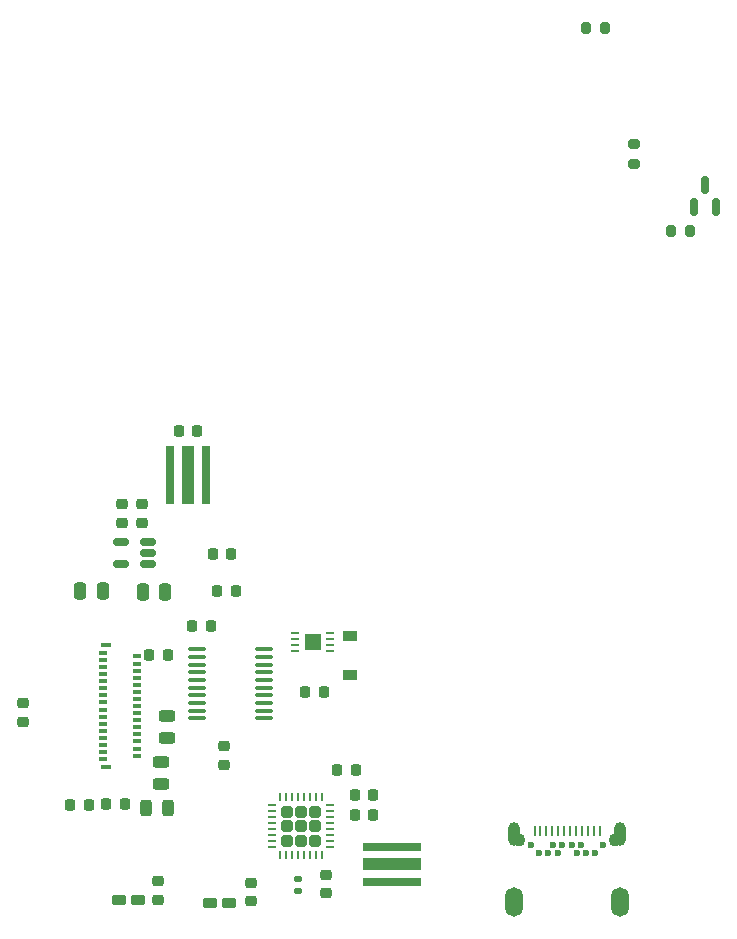
<source format=gbr>
G04 #@! TF.GenerationSoftware,KiCad,Pcbnew,8.0.4+dfsg-1*
G04 #@! TF.CreationDate,2024-08-05T10:13:43-04:00*
G04 #@! TF.ProjectId,SARD_Motherboard,53415244-5f4d-46f7-9468-6572626f6172,rev?*
G04 #@! TF.SameCoordinates,Original*
G04 #@! TF.FileFunction,Paste,Top*
G04 #@! TF.FilePolarity,Positive*
%FSLAX46Y46*%
G04 Gerber Fmt 4.6, Leading zero omitted, Abs format (unit mm)*
G04 Created by KiCad (PCBNEW 8.0.4+dfsg-1) date 2024-08-05 10:13:43*
%MOMM*%
%LPD*%
G01*
G04 APERTURE LIST*
G04 Aperture macros list*
%AMRoundRect*
0 Rectangle with rounded corners*
0 $1 Rounding radius*
0 $2 $3 $4 $5 $6 $7 $8 $9 X,Y pos of 4 corners*
0 Add a 4 corners polygon primitive as box body*
4,1,4,$2,$3,$4,$5,$6,$7,$8,$9,$2,$3,0*
0 Add four circle primitives for the rounded corners*
1,1,$1+$1,$2,$3*
1,1,$1+$1,$4,$5*
1,1,$1+$1,$6,$7*
1,1,$1+$1,$8,$9*
0 Add four rect primitives between the rounded corners*
20,1,$1+$1,$2,$3,$4,$5,0*
20,1,$1+$1,$4,$5,$6,$7,0*
20,1,$1+$1,$6,$7,$8,$9,0*
20,1,$1+$1,$8,$9,$2,$3,0*%
G04 Aperture macros list end*
%ADD10RoundRect,0.218750X-0.218750X-0.256250X0.218750X-0.256250X0.218750X0.256250X-0.218750X0.256250X0*%
%ADD11RoundRect,0.218750X0.256250X-0.218750X0.256250X0.218750X-0.256250X0.218750X-0.256250X-0.218750X0*%
%ADD12RoundRect,0.212500X-0.400000X-0.212500X0.400000X-0.212500X0.400000X0.212500X-0.400000X0.212500X0*%
%ADD13R,1.360000X1.460000*%
%ADD14R,0.750000X0.280000*%
%ADD15R,1.200000X0.900000*%
%ADD16R,0.280000X0.890000*%
%ADD17C,0.600000*%
%ADD18O,1.000000X2.000000*%
%ADD19O,1.500000X2.500000*%
%ADD20C,1.100000*%
%ADD21RoundRect,0.218750X-0.256250X0.218750X-0.256250X-0.218750X0.256250X-0.218750X0.256250X0.218750X0*%
%ADD22RoundRect,0.218750X0.218750X0.256250X-0.218750X0.256250X-0.218750X-0.256250X0.218750X-0.256250X0*%
%ADD23R,0.700000X5.000000*%
%ADD24R,1.000000X5.000000*%
%ADD25RoundRect,0.243750X-0.456250X0.243750X-0.456250X-0.243750X0.456250X-0.243750X0.456250X0.243750X0*%
%ADD26RoundRect,0.243750X-0.243750X-0.456250X0.243750X-0.456250X0.243750X0.456250X-0.243750X0.456250X0*%
%ADD27R,0.950000X0.400000*%
%ADD28R,0.800000X0.300000*%
%ADD29R,0.650000X0.300000*%
%ADD30RoundRect,0.147500X-0.172500X0.147500X-0.172500X-0.147500X0.172500X-0.147500X0.172500X0.147500X0*%
%ADD31RoundRect,0.225000X-0.250000X0.225000X-0.250000X-0.225000X0.250000X-0.225000X0.250000X0.225000X0*%
%ADD32RoundRect,0.225000X-0.225000X-0.250000X0.225000X-0.250000X0.225000X0.250000X-0.225000X0.250000X0*%
%ADD33R,5.000000X0.700000*%
%ADD34R,5.000000X1.000000*%
%ADD35RoundRect,0.245000X0.245000X0.245000X-0.245000X0.245000X-0.245000X-0.245000X0.245000X-0.245000X0*%
%ADD36RoundRect,0.062500X0.312500X0.062500X-0.312500X0.062500X-0.312500X-0.062500X0.312500X-0.062500X0*%
%ADD37RoundRect,0.062500X0.062500X0.312500X-0.062500X0.312500X-0.062500X-0.312500X0.062500X-0.312500X0*%
%ADD38RoundRect,0.250000X-0.250000X-0.475000X0.250000X-0.475000X0.250000X0.475000X-0.250000X0.475000X0*%
%ADD39RoundRect,0.250000X0.250000X0.475000X-0.250000X0.475000X-0.250000X-0.475000X0.250000X-0.475000X0*%
%ADD40RoundRect,0.150000X0.512500X0.150000X-0.512500X0.150000X-0.512500X-0.150000X0.512500X-0.150000X0*%
%ADD41RoundRect,0.100000X0.637500X0.100000X-0.637500X0.100000X-0.637500X-0.100000X0.637500X-0.100000X0*%
%ADD42RoundRect,0.200000X-0.275000X0.200000X-0.275000X-0.200000X0.275000X-0.200000X0.275000X0.200000X0*%
%ADD43RoundRect,0.200000X-0.200000X-0.275000X0.200000X-0.275000X0.200000X0.275000X-0.200000X0.275000X0*%
%ADD44RoundRect,0.150000X0.150000X-0.587500X0.150000X0.587500X-0.150000X0.587500X-0.150000X-0.587500X0*%
%ADD45RoundRect,0.225000X0.225000X0.250000X-0.225000X0.250000X-0.225000X-0.250000X0.225000X-0.250000X0*%
%ADD46RoundRect,0.200000X0.200000X0.275000X-0.200000X0.275000X-0.200000X-0.275000X0.200000X-0.275000X0*%
G04 APERTURE END LIST*
D10*
X133812500Y-113400000D03*
X135387500Y-113400000D03*
D11*
X134750000Y-131237500D03*
X134750000Y-129662500D03*
D12*
X133587500Y-142900000D03*
X135212500Y-142900000D03*
D13*
X142260000Y-120800000D03*
D14*
X140760000Y-120050000D03*
X140760000Y-120550000D03*
X140760000Y-121050000D03*
X140760000Y-121550000D03*
X143760000Y-121550000D03*
X143760000Y-121050000D03*
X143760000Y-120550000D03*
X143760000Y-120050000D03*
D15*
X145450000Y-123650000D03*
X145450000Y-120350000D03*
D16*
X161050000Y-136825000D03*
X161550000Y-136825000D03*
X162050000Y-136825000D03*
X162550000Y-136825000D03*
X163050000Y-136825000D03*
X163550000Y-136825000D03*
X164050000Y-136825000D03*
X164550000Y-136825000D03*
X165050000Y-136825000D03*
X165550000Y-136825000D03*
X166050000Y-136825000D03*
X166550000Y-136825000D03*
D17*
X166850000Y-138030000D03*
X166200000Y-138730000D03*
X165400000Y-138730000D03*
X165000000Y-138030000D03*
X164600000Y-138730000D03*
X164200000Y-138030000D03*
X163400000Y-138030000D03*
X163000000Y-138730000D03*
X162600000Y-138030000D03*
X162200000Y-138730000D03*
X161400000Y-138730000D03*
X160750000Y-138030000D03*
D18*
X159300000Y-137080000D03*
D19*
X159300000Y-142830000D03*
D20*
X159750000Y-137630000D03*
X167850000Y-137630000D03*
D18*
X168300000Y-137080000D03*
D19*
X168300000Y-142830000D03*
D10*
X134152500Y-116540000D03*
X135727500Y-116540000D03*
D21*
X129200000Y-141062500D03*
X129200000Y-142637500D03*
X137000000Y-141212500D03*
X137000000Y-142787500D03*
D22*
X132487500Y-102950000D03*
X130912500Y-102950000D03*
D12*
X125883854Y-142700000D03*
X127508854Y-142700000D03*
D23*
X130200000Y-106700000D03*
D24*
X131700000Y-106700000D03*
D23*
X133200000Y-106700000D03*
D25*
X129900000Y-127062500D03*
X129900000Y-128937500D03*
X129400000Y-131000000D03*
X129400000Y-132875000D03*
D26*
X128162500Y-134850000D03*
X130037500Y-134850000D03*
D27*
X124762500Y-131450000D03*
X124762500Y-121050000D03*
D28*
X124487500Y-130750000D03*
D29*
X127362500Y-130450000D03*
D28*
X124487500Y-130150000D03*
D29*
X127362500Y-129850000D03*
D28*
X124487500Y-129550000D03*
D29*
X127362500Y-129250000D03*
D28*
X124487500Y-128950000D03*
D29*
X127362500Y-128650000D03*
D28*
X124487500Y-128350000D03*
D29*
X127362500Y-128050000D03*
D28*
X124487500Y-127750000D03*
D29*
X127362500Y-127450000D03*
D28*
X124487500Y-127150000D03*
D29*
X127362500Y-126850000D03*
D28*
X124487500Y-126550000D03*
D29*
X127362500Y-126250000D03*
D28*
X124487500Y-125950000D03*
D29*
X127362500Y-125650000D03*
D28*
X124487500Y-125350000D03*
D29*
X127362500Y-125050000D03*
D28*
X124487500Y-124750000D03*
D29*
X127362500Y-124450000D03*
D28*
X124487500Y-124150000D03*
D29*
X127362500Y-123850000D03*
D28*
X124487500Y-123550000D03*
D29*
X127362500Y-123250000D03*
D28*
X124487500Y-122950000D03*
D29*
X127362500Y-122650000D03*
D28*
X124487500Y-122350000D03*
D29*
X127362500Y-122050000D03*
D28*
X124487500Y-121750000D03*
D10*
X124762500Y-134550000D03*
X126337500Y-134550000D03*
D22*
X123287500Y-134600000D03*
X121712500Y-134600000D03*
D30*
X141000000Y-140915000D03*
X141000000Y-141885000D03*
D31*
X143350000Y-140525000D03*
X143350000Y-142075000D03*
D32*
X145825000Y-133800000D03*
X147375000Y-133800000D03*
X145825000Y-135500000D03*
X147375000Y-135500000D03*
D10*
X144312500Y-131700000D03*
X145887500Y-131700000D03*
D33*
X149000000Y-141150000D03*
D34*
X149000000Y-139650000D03*
D33*
X149000000Y-138150000D03*
D35*
X140060000Y-137640000D03*
X141280000Y-137640000D03*
X142500000Y-137640000D03*
X140060000Y-136420000D03*
X141280000Y-136420000D03*
X142500000Y-136420000D03*
X140060000Y-135200000D03*
X141280000Y-135200000D03*
X142500000Y-135200000D03*
D36*
X143755000Y-138170000D03*
X143755000Y-137670000D03*
X143755000Y-137170000D03*
X143755000Y-136670000D03*
X143755000Y-136170000D03*
X143755000Y-135670000D03*
X143755000Y-135170000D03*
X143755000Y-134670000D03*
D37*
X143030000Y-133945000D03*
X142530000Y-133945000D03*
X142030000Y-133945000D03*
X141530000Y-133945000D03*
X141030000Y-133945000D03*
X140530000Y-133945000D03*
X140030000Y-133945000D03*
X139530000Y-133945000D03*
D36*
X138805000Y-134670000D03*
X138805000Y-135170000D03*
X138805000Y-135670000D03*
X138805000Y-136170000D03*
X138805000Y-136670000D03*
X138805000Y-137170000D03*
X138805000Y-137670000D03*
X138805000Y-138170000D03*
D37*
X139530000Y-138895000D03*
X140030000Y-138895000D03*
X140530000Y-138895000D03*
X141030000Y-138895000D03*
X141530000Y-138895000D03*
X142030000Y-138895000D03*
X142530000Y-138895000D03*
X143030000Y-138895000D03*
D10*
X132062500Y-119450000D03*
X133637500Y-119450000D03*
D21*
X127850000Y-109162500D03*
X127850000Y-110737500D03*
D38*
X127900000Y-116600000D03*
X129800000Y-116600000D03*
D39*
X124500000Y-116500000D03*
X122600000Y-116500000D03*
D21*
X126100000Y-109162500D03*
X126100000Y-110737500D03*
D40*
X128337500Y-114250000D03*
X128337500Y-113300000D03*
X128337500Y-112350000D03*
X126062500Y-112350000D03*
X126062500Y-114250000D03*
D21*
X117750000Y-126012500D03*
X117750000Y-127587500D03*
D41*
X138172500Y-127285000D03*
X138172500Y-126635000D03*
X138172500Y-125985000D03*
X138172500Y-125335000D03*
X138172500Y-124685000D03*
X138172500Y-124035000D03*
X138172500Y-123385000D03*
X138172500Y-122735000D03*
X138172500Y-122085000D03*
X138172500Y-121435000D03*
X132447500Y-121435000D03*
X132447500Y-122085000D03*
X132447500Y-122735000D03*
X132447500Y-123385000D03*
X132447500Y-124035000D03*
X132447500Y-124685000D03*
X132447500Y-125335000D03*
X132447500Y-125985000D03*
X132447500Y-126635000D03*
X132447500Y-127285000D03*
D42*
X169485000Y-78680000D03*
X169485000Y-80330000D03*
D43*
X165380000Y-68825000D03*
X167030000Y-68825000D03*
D44*
X174525000Y-83982500D03*
X176425000Y-83982500D03*
X175475000Y-82107500D03*
D32*
X141645000Y-125100000D03*
X143195000Y-125100000D03*
D45*
X129975000Y-121900000D03*
X128425000Y-121900000D03*
D46*
X174220000Y-85995000D03*
X172570000Y-85995000D03*
M02*

</source>
